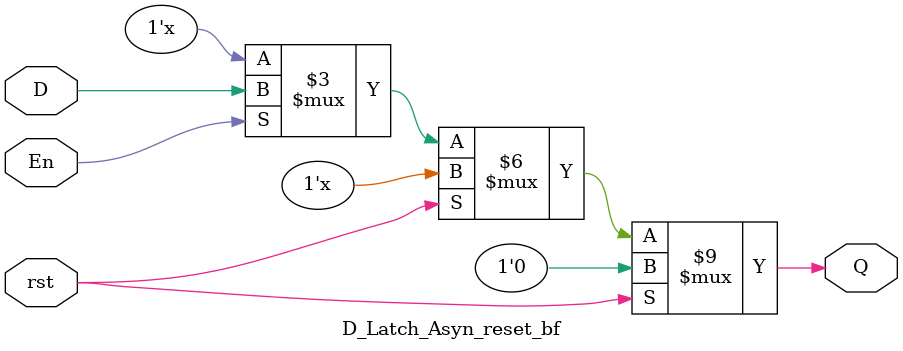
<source format=sv>
module D_Latch_Asyn_reset_bf(Q,D,En,rst);
  input D,En,rst;
  output reg Q;
  
  always @(D,En)
    begin
      if(rst) Q=1'b0;
      else if(En) Q=D;
    end
endmodule

</source>
